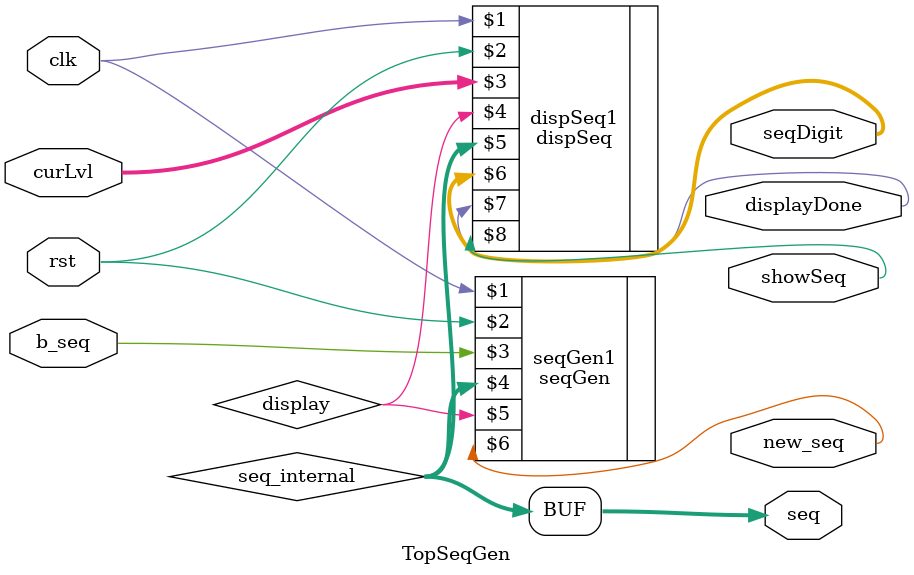
<source format=v>

module TopSeqGen(curLvl, b_seq, clk, rst, seqDigit, displayDone, showSeq, seq, new_seq);
  input [2:0] curLvl;
  input b_seq, clk, rst;
  output [3:0] seqDigit;
  output [19:0] seq;
  output displayDone, new_seq, showSeq;
  
  //internal signals
  wire display;
  wire [19:0] seq_internal; 

  //instantiation of the seqGen module
  seqGen seqGen1(clk, rst, b_seq, seq_internal, display, new_seq);
  
  //instantiation of the dispSeq module
  dispSeq dispSeq1(clk, rst, curLvl, display, seq_internal, seqDigit, displayDone, showSeq); 
  
  //assign statement
  assign seq = seq_internal;
  
endmodule
</source>
